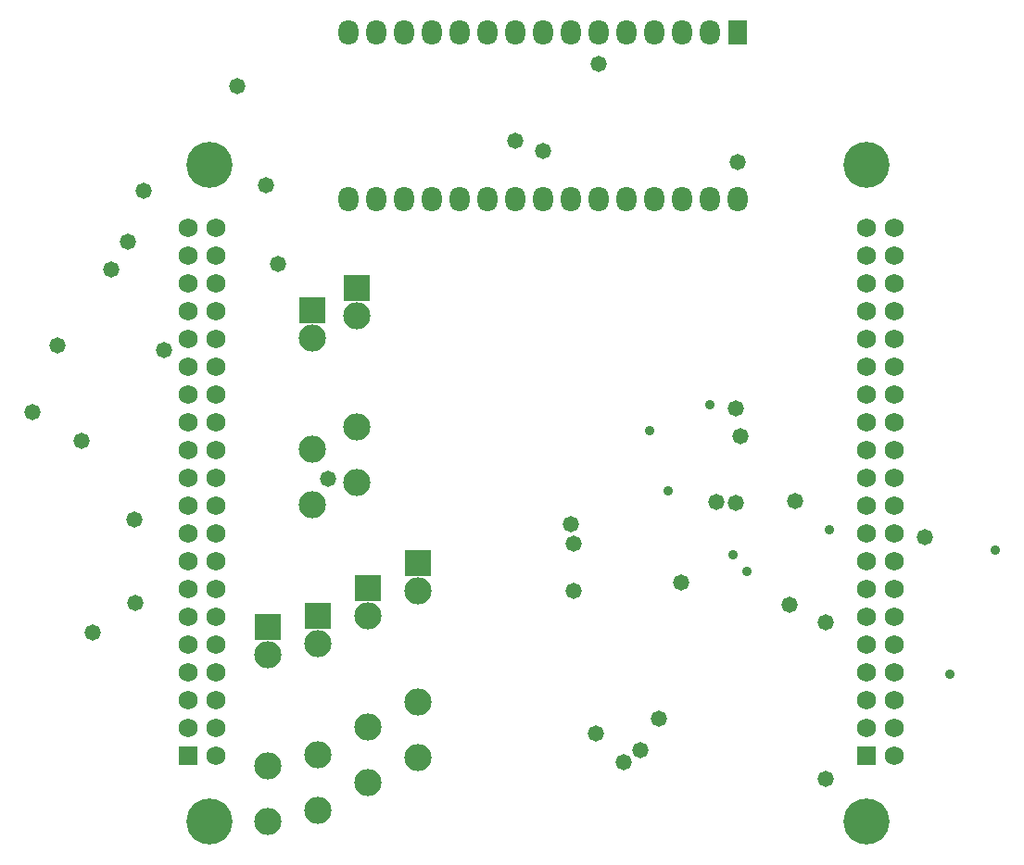
<source format=gbs>
G04 Layer_Color=8150272*
%FSLAX24Y24*%
%MOIN*%
G70*
G01*
G75*
%ADD48C,0.1655*%
%ADD49C,0.0690*%
%ADD50R,0.0690X0.0690*%
%ADD51C,0.0980*%
%ADD52R,0.0980X0.0980*%
%ADD53O,0.0710X0.0907*%
%ADD54R,0.0710X0.0907*%
%ADD55C,0.0580*%
%ADD56C,0.0356*%
D48*
X11811Y35433D02*
D03*
X35433Y11811D02*
D03*
X11811D02*
D03*
X35433Y35433D02*
D03*
D49*
Y33173D02*
D03*
Y32173D02*
D03*
Y31173D02*
D03*
Y30173D02*
D03*
Y29173D02*
D03*
Y28173D02*
D03*
Y27173D02*
D03*
Y26173D02*
D03*
Y25173D02*
D03*
Y24173D02*
D03*
Y23173D02*
D03*
Y22173D02*
D03*
Y21173D02*
D03*
Y20173D02*
D03*
Y19173D02*
D03*
Y18173D02*
D03*
Y17173D02*
D03*
Y16173D02*
D03*
Y15173D02*
D03*
X36433Y33173D02*
D03*
Y32173D02*
D03*
Y31173D02*
D03*
Y30173D02*
D03*
Y29173D02*
D03*
Y28173D02*
D03*
Y27173D02*
D03*
Y26173D02*
D03*
Y25173D02*
D03*
Y24173D02*
D03*
Y23173D02*
D03*
Y22173D02*
D03*
Y21173D02*
D03*
Y20173D02*
D03*
Y19173D02*
D03*
Y18173D02*
D03*
Y17173D02*
D03*
Y16173D02*
D03*
Y15173D02*
D03*
Y14173D02*
D03*
X11024Y33173D02*
D03*
Y32173D02*
D03*
Y31173D02*
D03*
Y30173D02*
D03*
Y29173D02*
D03*
Y28173D02*
D03*
Y27173D02*
D03*
Y26173D02*
D03*
Y25173D02*
D03*
Y24173D02*
D03*
Y23173D02*
D03*
Y22173D02*
D03*
Y21173D02*
D03*
Y20173D02*
D03*
Y19173D02*
D03*
Y18173D02*
D03*
Y17173D02*
D03*
Y16173D02*
D03*
Y15173D02*
D03*
X12024Y33173D02*
D03*
Y32173D02*
D03*
Y31173D02*
D03*
Y30173D02*
D03*
Y29173D02*
D03*
Y28173D02*
D03*
Y27173D02*
D03*
Y26173D02*
D03*
Y25173D02*
D03*
Y24173D02*
D03*
Y23173D02*
D03*
Y22173D02*
D03*
Y21173D02*
D03*
Y20173D02*
D03*
Y19173D02*
D03*
Y18173D02*
D03*
Y17173D02*
D03*
Y16173D02*
D03*
Y15173D02*
D03*
Y14173D02*
D03*
D50*
X35433D02*
D03*
X11024D02*
D03*
D51*
X17500Y13200D02*
D03*
Y15200D02*
D03*
Y19200D02*
D03*
X15700Y12200D02*
D03*
Y14200D02*
D03*
Y18200D02*
D03*
X19300Y14100D02*
D03*
Y16100D02*
D03*
Y20100D02*
D03*
X15500Y23200D02*
D03*
Y25200D02*
D03*
Y29200D02*
D03*
X17100Y24000D02*
D03*
Y26000D02*
D03*
Y30000D02*
D03*
X13900Y11800D02*
D03*
Y13800D02*
D03*
Y17800D02*
D03*
D52*
X17500Y20200D02*
D03*
X15700Y19200D02*
D03*
X19300Y21100D02*
D03*
X15500Y30200D02*
D03*
X17100Y31000D02*
D03*
X13900Y18800D02*
D03*
D53*
X17800Y34200D02*
D03*
X18800D02*
D03*
X19800D02*
D03*
X20800D02*
D03*
X21800D02*
D03*
X22800D02*
D03*
X23800D02*
D03*
X24800D02*
D03*
X25800D02*
D03*
X26800D02*
D03*
X27800D02*
D03*
X28800D02*
D03*
X29800D02*
D03*
X30800D02*
D03*
X29800Y40200D02*
D03*
X28800D02*
D03*
X27800D02*
D03*
X26800D02*
D03*
X25800D02*
D03*
X24800D02*
D03*
X23800D02*
D03*
X22800D02*
D03*
X21800D02*
D03*
X20800D02*
D03*
X19800D02*
D03*
X16800Y34200D02*
D03*
X18800Y40200D02*
D03*
X17800D02*
D03*
X16800D02*
D03*
D54*
X30800D02*
D03*
D55*
X24902Y20108D02*
D03*
X24882Y21821D02*
D03*
X24803Y22520D02*
D03*
X30915Y25659D02*
D03*
X30738Y26683D02*
D03*
X30030Y23317D02*
D03*
X32657Y19606D02*
D03*
X30728Y23268D02*
D03*
X32864Y23346D02*
D03*
X37539Y22057D02*
D03*
X33957Y13337D02*
D03*
Y18967D02*
D03*
X30800Y35539D02*
D03*
X25800Y39071D02*
D03*
X7190Y25510D02*
D03*
X12790Y38280D02*
D03*
X23800Y35930D02*
D03*
X8880Y32670D02*
D03*
X22800Y36300D02*
D03*
X9420Y34510D02*
D03*
X7600Y18600D02*
D03*
X10170Y28790D02*
D03*
X9111Y22670D02*
D03*
X9130Y19680D02*
D03*
X16063Y24134D02*
D03*
X5433Y26535D02*
D03*
X6320Y28929D02*
D03*
X13819Y34724D02*
D03*
X27953Y15512D02*
D03*
X27303Y14380D02*
D03*
X25689Y14970D02*
D03*
X26703Y13957D02*
D03*
X28780Y20423D02*
D03*
X14252Y31890D02*
D03*
X8268Y31683D02*
D03*
D56*
X28287Y23701D02*
D03*
X27648Y25886D02*
D03*
X29813Y26801D02*
D03*
X30620Y21417D02*
D03*
X31142Y20807D02*
D03*
X38435Y17106D02*
D03*
X40062Y21568D02*
D03*
X34085Y22293D02*
D03*
M02*

</source>
